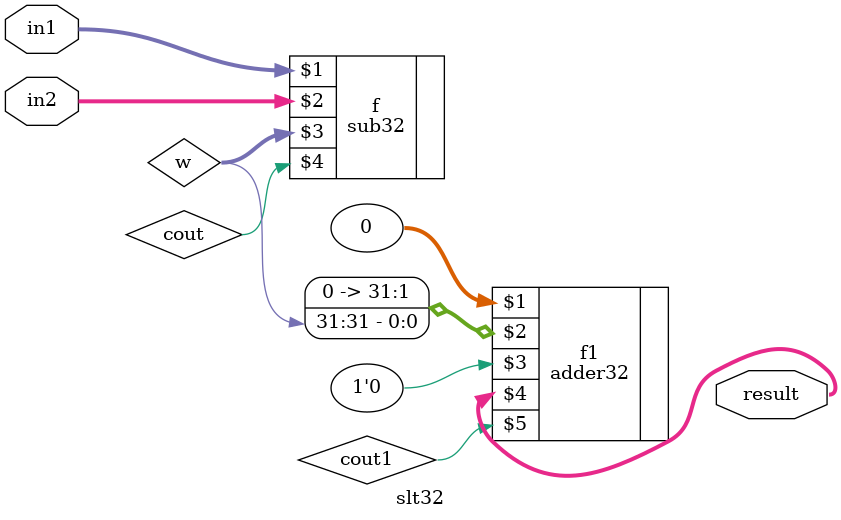
<source format=v>
module slt32(in1,in2,result);
	input [31:0] in1,in2;
	output [31:0] result;
	wire [31:0] w;
	wire cout,cout1;
	
	sub32 f(in1,in2,w,cout);
	/*if in1 > in2 , result is 0 otherwise 1 */
	adder32 f1(32'd0,{31'd0,w[31]},1'b0,result,cout1);

endmodule
</source>
